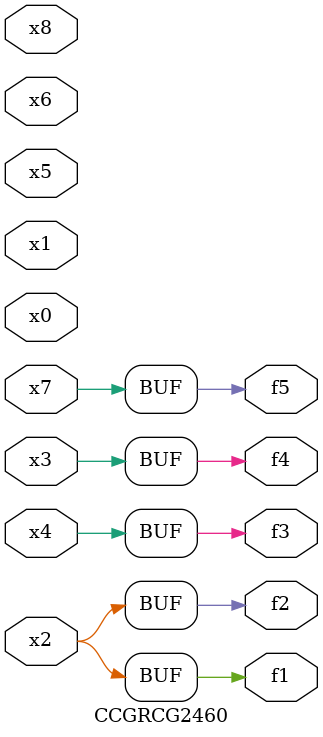
<source format=v>
module CCGRCG2460(
	input x0, x1, x2, x3, x4, x5, x6, x7, x8,
	output f1, f2, f3, f4, f5
);
	assign f1 = x2;
	assign f2 = x2;
	assign f3 = x4;
	assign f4 = x3;
	assign f5 = x7;
endmodule

</source>
